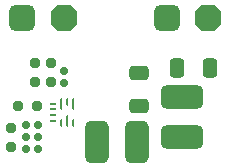
<source format=gbr>
%TF.GenerationSoftware,Altium Limited,Altium Designer,23.4.1 (23)*%
G04 Layer_Color=255*
%FSLAX45Y45*%
%MOMM*%
%TF.SameCoordinates,30DB59E4-3B06-4861-84B7-939192905612*%
%TF.FilePolarity,Positive*%
%TF.FileFunction,Pads,Top*%
%TF.Part,Single*%
G01*
G75*
%TA.AperFunction,SMDPad,CuDef*%
G04:AMPARAMS|DCode=10|XSize=0.6mm|YSize=0.6mm|CornerRadius=0.15mm|HoleSize=0mm|Usage=FLASHONLY|Rotation=270.000|XOffset=0mm|YOffset=0mm|HoleType=Round|Shape=RoundedRectangle|*
%AMROUNDEDRECTD10*
21,1,0.60000,0.30000,0,0,270.0*
21,1,0.30000,0.60000,0,0,270.0*
1,1,0.30000,-0.15000,-0.15000*
1,1,0.30000,-0.15000,0.15000*
1,1,0.30000,0.15000,0.15000*
1,1,0.30000,0.15000,-0.15000*
%
%ADD10ROUNDEDRECTD10*%
G04:AMPARAMS|DCode=11|XSize=0.2mm|YSize=0.65mm|CornerRadius=0.05mm|HoleSize=0mm|Usage=FLASHONLY|Rotation=180.000|XOffset=0mm|YOffset=0mm|HoleType=Round|Shape=RoundedRectangle|*
%AMROUNDEDRECTD11*
21,1,0.20000,0.55000,0,0,180.0*
21,1,0.10000,0.65000,0,0,180.0*
1,1,0.10000,-0.05000,0.27500*
1,1,0.10000,0.05000,0.27500*
1,1,0.10000,0.05000,-0.27500*
1,1,0.10000,-0.05000,-0.27500*
%
%ADD11ROUNDEDRECTD11*%
G04:AMPARAMS|DCode=12|XSize=0.2mm|YSize=1mm|CornerRadius=0.05mm|HoleSize=0mm|Usage=FLASHONLY|Rotation=180.000|XOffset=0mm|YOffset=0mm|HoleType=Round|Shape=RoundedRectangle|*
%AMROUNDEDRECTD12*
21,1,0.20000,0.90000,0,0,180.0*
21,1,0.10000,1.00000,0,0,180.0*
1,1,0.10000,-0.05000,0.45000*
1,1,0.10000,0.05000,0.45000*
1,1,0.10000,0.05000,-0.45000*
1,1,0.10000,-0.05000,-0.45000*
%
%ADD12ROUNDEDRECTD12*%
G04:AMPARAMS|DCode=13|XSize=0.22mm|YSize=0.55mm|CornerRadius=0.055mm|HoleSize=0mm|Usage=FLASHONLY|Rotation=90.000|XOffset=0mm|YOffset=0mm|HoleType=Round|Shape=RoundedRectangle|*
%AMROUNDEDRECTD13*
21,1,0.22000,0.44000,0,0,90.0*
21,1,0.11000,0.55000,0,0,90.0*
1,1,0.11000,0.22000,0.05500*
1,1,0.11000,0.22000,-0.05500*
1,1,0.11000,-0.22000,-0.05500*
1,1,0.11000,-0.22000,0.05500*
%
%ADD13ROUNDEDRECTD13*%
G04:AMPARAMS|DCode=14|XSize=0.6mm|YSize=0.6mm|CornerRadius=0.15mm|HoleSize=0mm|Usage=FLASHONLY|Rotation=0.000|XOffset=0mm|YOffset=0mm|HoleType=Round|Shape=RoundedRectangle|*
%AMROUNDEDRECTD14*
21,1,0.60000,0.30000,0,0,0.0*
21,1,0.30000,0.60000,0,0,0.0*
1,1,0.30000,0.15000,-0.15000*
1,1,0.30000,-0.15000,-0.15000*
1,1,0.30000,-0.15000,0.15000*
1,1,0.30000,0.15000,0.15000*
%
%ADD14ROUNDEDRECTD14*%
G04:AMPARAMS|DCode=15|XSize=0.8mm|YSize=0.8mm|CornerRadius=0.2mm|HoleSize=0mm|Usage=FLASHONLY|Rotation=0.000|XOffset=0mm|YOffset=0mm|HoleType=Round|Shape=RoundedRectangle|*
%AMROUNDEDRECTD15*
21,1,0.80000,0.40000,0,0,0.0*
21,1,0.40000,0.80000,0,0,0.0*
1,1,0.40000,0.20000,-0.20000*
1,1,0.40000,-0.20000,-0.20000*
1,1,0.40000,-0.20000,0.20000*
1,1,0.40000,0.20000,0.20000*
%
%ADD15ROUNDEDRECTD15*%
G04:AMPARAMS|DCode=16|XSize=0.8mm|YSize=0.8mm|CornerRadius=0.2mm|HoleSize=0mm|Usage=FLASHONLY|Rotation=90.000|XOffset=0mm|YOffset=0mm|HoleType=Round|Shape=RoundedRectangle|*
%AMROUNDEDRECTD16*
21,1,0.80000,0.40000,0,0,90.0*
21,1,0.40000,0.80000,0,0,90.0*
1,1,0.40000,0.20000,0.20000*
1,1,0.40000,0.20000,-0.20000*
1,1,0.40000,-0.20000,-0.20000*
1,1,0.40000,-0.20000,0.20000*
%
%ADD16ROUNDEDRECTD16*%
G04:AMPARAMS|DCode=17|XSize=1.65mm|YSize=1.25mm|CornerRadius=0.3125mm|HoleSize=0mm|Usage=FLASHONLY|Rotation=0.000|XOffset=0mm|YOffset=0mm|HoleType=Round|Shape=RoundedRectangle|*
%AMROUNDEDRECTD17*
21,1,1.65000,0.62500,0,0,0.0*
21,1,1.02500,1.25000,0,0,0.0*
1,1,0.62500,0.51250,-0.31250*
1,1,0.62500,-0.51250,-0.31250*
1,1,0.62500,-0.51250,0.31250*
1,1,0.62500,0.51250,0.31250*
%
%ADD17ROUNDEDRECTD17*%
G04:AMPARAMS|DCode=18|XSize=1.65mm|YSize=1.25mm|CornerRadius=0.3125mm|HoleSize=0mm|Usage=FLASHONLY|Rotation=270.000|XOffset=0mm|YOffset=0mm|HoleType=Round|Shape=RoundedRectangle|*
%AMROUNDEDRECTD18*
21,1,1.65000,0.62500,0,0,270.0*
21,1,1.02500,1.25000,0,0,270.0*
1,1,0.62500,-0.31250,-0.51250*
1,1,0.62500,-0.31250,0.51250*
1,1,0.62500,0.31250,0.51250*
1,1,0.62500,0.31250,-0.51250*
%
%ADD18ROUNDEDRECTD18*%
G04:AMPARAMS|DCode=19|XSize=3.6mm|YSize=2mm|CornerRadius=0.5mm|HoleSize=0mm|Usage=FLASHONLY|Rotation=180.000|XOffset=0mm|YOffset=0mm|HoleType=Round|Shape=RoundedRectangle|*
%AMROUNDEDRECTD19*
21,1,3.60000,1.00000,0,0,180.0*
21,1,2.60000,2.00000,0,0,180.0*
1,1,1.00000,-1.30000,0.50000*
1,1,1.00000,1.30000,0.50000*
1,1,1.00000,1.30000,-0.50000*
1,1,1.00000,-1.30000,-0.50000*
%
%ADD19ROUNDEDRECTD19*%
G04:AMPARAMS|DCode=20|XSize=3.6mm|YSize=2mm|CornerRadius=0.5mm|HoleSize=0mm|Usage=FLASHONLY|Rotation=90.000|XOffset=0mm|YOffset=0mm|HoleType=Round|Shape=RoundedRectangle|*
%AMROUNDEDRECTD20*
21,1,3.60000,1.00000,0,0,90.0*
21,1,2.60000,2.00000,0,0,90.0*
1,1,1.00000,0.50000,1.30000*
1,1,1.00000,0.50000,-1.30000*
1,1,1.00000,-0.50000,-1.30000*
1,1,1.00000,-0.50000,1.30000*
%
%ADD20ROUNDEDRECTD20*%
%TA.AperFunction,ComponentPad*%
G04:AMPARAMS|DCode=27|XSize=2.2mm|YSize=2.2mm|CornerRadius=0.55mm|HoleSize=0mm|Usage=FLASHONLY|Rotation=180.000|XOffset=0mm|YOffset=0mm|HoleType=Round|Shape=RoundedRectangle|*
%AMROUNDEDRECTD27*
21,1,2.20000,1.10000,0,0,180.0*
21,1,1.10000,2.20000,0,0,180.0*
1,1,1.10000,-0.55000,0.55000*
1,1,1.10000,0.55000,0.55000*
1,1,1.10000,0.55000,-0.55000*
1,1,1.10000,-0.55000,-0.55000*
%
%ADD27ROUNDEDRECTD27*%
G04:AMPARAMS|DCode=28|XSize=2.2mm|YSize=2.2mm|CornerRadius=0mm|HoleSize=0mm|Usage=FLASHONLY|Rotation=180.000|XOffset=0mm|YOffset=0mm|HoleType=Round|Shape=Octagon|*
%AMOCTAGOND28*
4,1,8,-1.10000,0.55000,-1.10000,-0.55000,-0.55000,-1.10000,0.55000,-1.10000,1.10000,-0.55000,1.10000,0.55000,0.55000,1.10000,-0.55000,1.10000,-1.10000,0.55000,0.0*
%
%ADD28OCTAGOND28*%

D10*
X260000Y270000D02*
D03*
X360000D02*
D03*
Y370000D02*
D03*
X260000D02*
D03*
Y170000D02*
D03*
X360000D02*
D03*
D11*
X555000Y392500D02*
D03*
X655000D02*
D03*
X605000Y567500D02*
D03*
D12*
Y410000D02*
D03*
X655000Y550000D02*
D03*
X555000D02*
D03*
D13*
X487500Y505000D02*
D03*
Y405000D02*
D03*
Y555000D02*
D03*
Y455000D02*
D03*
D14*
X580000Y730000D02*
D03*
Y830000D02*
D03*
D15*
X470000Y900000D02*
D03*
Y740000D02*
D03*
X130000Y350000D02*
D03*
Y190000D02*
D03*
X340000Y900000D02*
D03*
Y740000D02*
D03*
D16*
X190000Y530000D02*
D03*
X350000D02*
D03*
D17*
X1220000Y810000D02*
D03*
Y530000D02*
D03*
D18*
X1820000Y860000D02*
D03*
X1540000D02*
D03*
D19*
X1580000Y270000D02*
D03*
Y610000D02*
D03*
D20*
X860000Y230000D02*
D03*
X1200000D02*
D03*
D27*
X1450000Y1280000D02*
D03*
X229999D02*
D03*
D28*
X1800000D02*
D03*
X579999D02*
D03*
%TF.MD5,d9e1d296a615a5b8ea3f0db9e570be32*%
M02*

</source>
